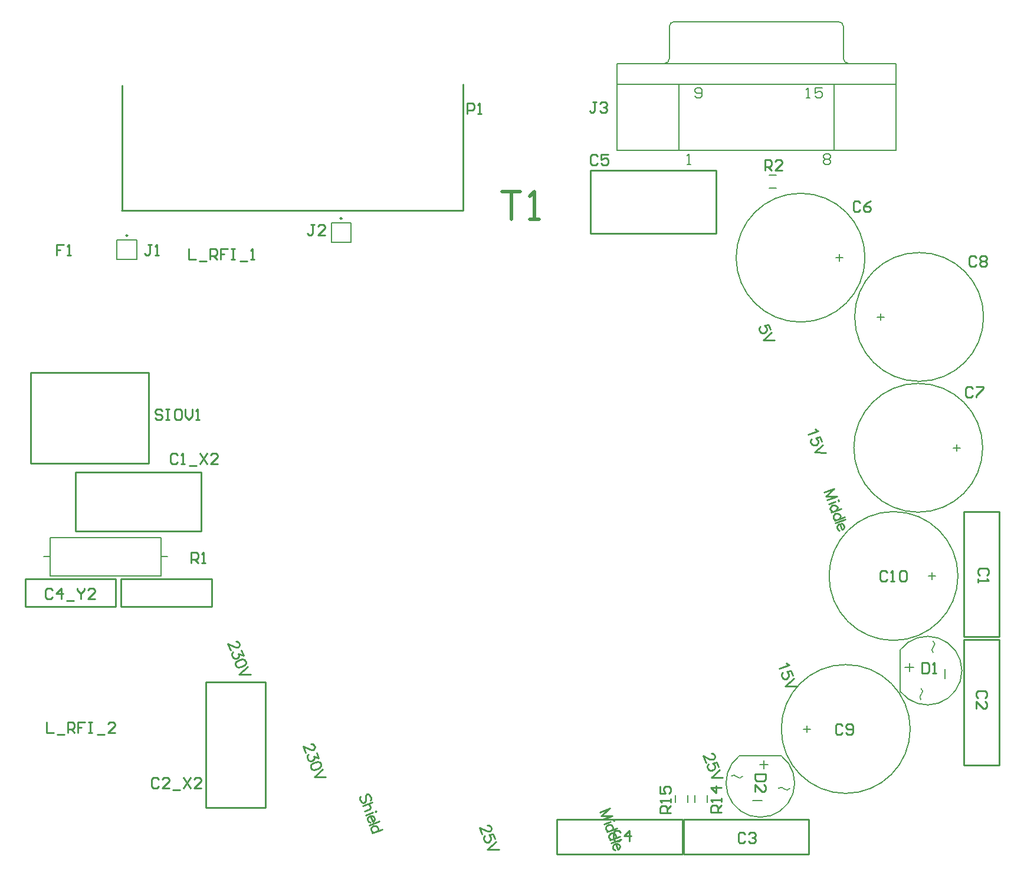
<source format=gto>
G04*
G04 #@! TF.GenerationSoftware,Altium Limited,Altium Designer,22.4.2 (48)*
G04*
G04 Layer_Color=65535*
%FSLAX25Y25*%
%MOIN*%
G70*
G04*
G04 #@! TF.SameCoordinates,458C2FD2-8C51-46BC-9C2C-7D212ABF5546*
G04*
G04*
G04 #@! TF.FilePolarity,Positive*
G04*
G01*
G75*
%ADD10C,0.00787*%
%ADD11C,0.00984*%
%ADD12C,0.01000*%
%ADD13C,0.00591*%
%ADD14C,0.02126*%
D10*
X92827Y254933D02*
G03*
X90091Y252197I0J-2736D01*
G01*
X188476D02*
G03*
X185740Y254933I-2736J0D01*
G01*
X87335Y231331D02*
G03*
X90071Y234067I0J2736D01*
G01*
X188496D02*
G03*
X191232Y231331I2736J0D01*
G01*
X200654Y121500D02*
G03*
X200654Y121500I-36417J0D01*
G01*
X232476Y-125346D02*
G03*
X232208Y-128398I1097J-1634D01*
G01*
X232555Y-125248D02*
G03*
X232294Y-122059I-1274J1501D01*
G01*
X220606Y-123822D02*
G03*
X220606Y-100178I15394J11822D01*
G01*
X239386Y-98516D02*
G03*
X239125Y-95327I-1274J1501D01*
G01*
X239307Y-98614D02*
G03*
X239039Y-101665I1097J-1634D01*
G01*
X267154Y14000D02*
G03*
X267154Y14000I-36417J0D01*
G01*
X253181Y-58500D02*
G03*
X253181Y-58500I-36417J0D01*
G01*
X267653Y88000D02*
G03*
X267653Y88000I-36417J0D01*
G01*
X226181Y-145000D02*
G03*
X226181Y-145000I-36417J0D01*
G01*
X128154Y-171976D02*
G03*
X125102Y-171708I-1634J-1097D01*
G01*
X128252Y-172055D02*
G03*
X131441Y-171794I1501J1274D01*
G01*
X129678Y-160106D02*
G03*
X153322Y-160106I11822J-15394D01*
G01*
X154984Y-178886D02*
G03*
X158173Y-178625I1501J1274D01*
G01*
X154886Y-178807D02*
G03*
X151834Y-178539I-1634J-1097D01*
G01*
X100543Y-186469D02*
Y-182531D01*
X93457Y-186469D02*
Y-182531D01*
X111543Y-186469D02*
Y-182531D01*
X104457Y-186469D02*
Y-182531D01*
X218024Y182098D02*
Y231311D01*
X60543Y182098D02*
Y231311D01*
X188496Y234067D02*
Y252177D01*
X90071Y234067D02*
Y252177D01*
X92827Y254933D02*
X185740D01*
X60543Y182098D02*
X218024D01*
X183142D02*
Y219500D01*
X60543Y231311D02*
X218024D01*
X95425Y182098D02*
Y219500D01*
X60543D02*
X218024D01*
X146531Y168043D02*
X150469D01*
X146531Y160957D02*
X150469D01*
X186087Y119532D02*
Y123468D01*
X184118Y121500D02*
X188055D01*
X220606Y-123822D02*
Y-100178D01*
X252587Y12032D02*
Y15969D01*
X250618Y14000D02*
X254555D01*
X238614Y-60469D02*
Y-56532D01*
X236646Y-58500D02*
X240583D01*
X209386Y86032D02*
Y89969D01*
X207417Y88000D02*
X211354D01*
X167913Y-146968D02*
Y-143032D01*
X165945Y-145000D02*
X169882D01*
X129678Y-160106D02*
X153322D01*
X-100953Y141071D02*
X-89929D01*
X-89929Y130047D02*
Y141071D01*
X-100953Y130047D02*
X-89929D01*
X-100953Y130047D02*
Y141071D01*
X-222012Y131512D02*
X-210988D01*
X-210988Y120488D02*
Y131512D01*
X-222012Y120488D02*
X-210988D01*
X-222012Y120488D02*
Y131512D01*
X-197004Y-58327D02*
Y-36673D01*
X-259996D02*
X-197004D01*
X-259996Y-58327D02*
Y-36673D01*
Y-58327D02*
X-197004D01*
Y-47500D02*
X-193421D01*
X-263579D02*
X-259996D01*
X225686Y-112394D02*
Y-107671D01*
X223325Y-110032D02*
X228048D01*
X245922Y-116350D02*
Y-111103D01*
X141106Y-165186D02*
X145829D01*
X143468Y-162825D02*
Y-167548D01*
X137150Y-185423D02*
X142397D01*
D11*
X-94949Y143630D02*
G03*
X-94949Y143630I-492J0D01*
G01*
X-216008Y134071D02*
G03*
X-216008Y134071I-492J0D01*
G01*
D12*
X-245510Y-33252D02*
X-174644D01*
Y213D01*
X-245510D02*
X-174644D01*
X-245510Y-33252D02*
Y213D01*
X-270965Y5646D02*
Y56433D01*
X-204035D01*
Y5252D02*
Y56433D01*
X-270965Y5252D02*
X-204035D01*
X-219457Y148126D02*
X-26543D01*
Y219386D01*
X-219457Y148126D02*
X-219063D01*
Y218992D01*
X256658Y-92961D02*
X276343D01*
X256658Y-22095D02*
X276343D01*
X256658Y-92961D02*
Y-22095D01*
X276343Y-92961D02*
Y-22095D01*
X116405Y135284D02*
Y170717D01*
X45539Y135284D02*
Y170717D01*
Y135284D02*
X116405D01*
X45539Y170717D02*
X116405D01*
X-171752Y-118545D02*
X-138287D01*
Y-189411D02*
Y-118545D01*
X-171752Y-189411D02*
X-138287Y-189411D01*
X-171752Y-118545D02*
X-171752Y-189411D01*
X256658Y-165405D02*
X276343D01*
X256658Y-94539D02*
X276343D01*
X256658Y-165405D02*
Y-94539D01*
X276343Y-165405D02*
Y-94539D01*
X98094Y-215843D02*
Y-196158D01*
X168961Y-215843D02*
Y-196158D01*
X98094D02*
X168961D01*
X98094Y-215843D02*
X168961D01*
X26539D02*
Y-196158D01*
X97405Y-215843D02*
Y-196158D01*
X26539D02*
X97405D01*
X26539Y-215843D02*
X97405D01*
X-222701Y-75874D02*
Y-60126D01*
X-273882Y-75874D02*
Y-60126D01*
Y-75874D02*
X-222701D01*
X-273882Y-60126D02*
X-222701D01*
X-219799Y-75874D02*
Y-60126D01*
X-168618Y-75874D02*
Y-60126D01*
X-219799D02*
X-168618D01*
X-219799Y-75874D02*
X-168618D01*
X172552Y24389D02*
X173016Y23950D01*
X174114Y23438D01*
X168477Y21386D01*
X176302Y17425D02*
X175325Y20109D01*
X172812Y19498D01*
X173178Y19327D01*
X173740Y18620D01*
X174033Y17815D01*
X174057Y16912D01*
X173716Y16179D01*
X173008Y15618D01*
X172471Y15423D01*
X171569Y15398D01*
X170836Y15739D01*
X170275Y16447D01*
X169982Y17252D01*
X169957Y18155D01*
X170128Y18521D01*
X170567Y18985D01*
X176957Y15626D02*
X172102Y11427D01*
X178520Y11332D02*
X172102Y11427D01*
X147296Y80962D02*
X146319Y83646D01*
X143805Y83035D01*
X144171Y82865D01*
X144733Y82157D01*
X145026Y81352D01*
X145051Y80449D01*
X144709Y79716D01*
X144002Y79155D01*
X143465Y78960D01*
X142562Y78935D01*
X141830Y79276D01*
X141268Y79984D01*
X140975Y80789D01*
X140950Y81692D01*
X141121Y82058D01*
X141560Y82522D01*
X147950Y79163D02*
X143095Y74964D01*
X149514Y74869D02*
X143095Y74964D01*
X113713Y-158969D02*
X113982Y-158872D01*
X114616Y-158945D01*
X114982Y-159116D01*
X115446Y-159555D01*
X115837Y-160628D01*
X115764Y-161263D01*
X115593Y-161629D01*
X115154Y-162093D01*
X114617Y-162288D01*
X113983Y-162215D01*
X112982Y-161971D01*
X109321Y-160264D01*
X110689Y-164022D01*
X117957Y-166453D02*
X116980Y-163769D01*
X114467Y-164380D01*
X114833Y-164550D01*
X115394Y-165258D01*
X115687Y-166063D01*
X115712Y-166966D01*
X115371Y-167699D01*
X114663Y-168260D01*
X114126Y-168456D01*
X113223Y-168480D01*
X112491Y-168139D01*
X111930Y-167431D01*
X111636Y-166626D01*
X111612Y-165723D01*
X111782Y-165357D01*
X112222Y-164893D01*
X118612Y-168252D02*
X113756Y-172451D01*
X120175Y-172547D02*
X113756Y-172451D01*
X-112448Y-153554D02*
X-112180Y-153457D01*
X-111545Y-153530D01*
X-111179Y-153700D01*
X-110715Y-154139D01*
X-110324Y-155213D01*
X-110397Y-155848D01*
X-110568Y-156214D01*
X-111007Y-156678D01*
X-111544Y-156873D01*
X-112179Y-156800D01*
X-113179Y-156556D01*
X-116841Y-154849D01*
X-115473Y-158607D01*
X-109181Y-158354D02*
X-108107Y-161307D01*
X-110840Y-160477D01*
X-110547Y-161283D01*
X-110620Y-161917D01*
X-110791Y-162284D01*
X-111498Y-162845D01*
X-112035Y-163040D01*
X-112938Y-163065D01*
X-113670Y-162724D01*
X-114232Y-162016D01*
X-114525Y-161211D01*
X-114550Y-160308D01*
X-114379Y-159942D01*
X-113940Y-159478D01*
X-106963Y-164447D02*
X-107525Y-163740D01*
X-108526Y-163496D01*
X-109966Y-163716D01*
X-110771Y-164009D01*
X-112015Y-164766D01*
X-112625Y-165596D01*
X-112600Y-166499D01*
X-112405Y-167036D01*
X-111844Y-167743D01*
X-110843Y-167987D01*
X-109403Y-167767D01*
X-108598Y-167474D01*
X-107353Y-166717D01*
X-106743Y-165887D01*
X-106768Y-164984D01*
X-106963Y-164447D01*
X-105723Y-167856D02*
X-110578Y-172055D01*
X-104159Y-172151D02*
X-110578Y-172055D01*
X56391Y-189953D02*
X50754Y-192004D01*
X56391Y-189953D02*
X51535Y-194151D01*
X57954Y-194247D02*
X51535Y-194151D01*
X57954Y-194247D02*
X52317Y-196299D01*
X58736Y-196395D02*
X58565Y-196761D01*
X58931Y-196932D01*
X59102Y-196565D01*
X58736Y-196395D01*
X56954Y-197347D02*
X53196Y-198715D01*
X60465Y-201146D02*
X54828Y-203198D01*
X57780Y-202123D02*
X58122Y-201391D01*
X58195Y-200756D01*
X57902Y-199951D01*
X57438Y-199512D01*
X56706Y-199170D01*
X55803Y-199195D01*
X55266Y-199390D01*
X54558Y-199952D01*
X54217Y-200684D01*
X54144Y-201319D01*
X54437Y-202124D01*
X54901Y-202563D01*
X55633Y-202904D01*
X62184Y-205870D02*
X56547Y-207922D01*
X59500Y-206847D02*
X59841Y-206115D01*
X59914Y-205480D01*
X59621Y-204675D01*
X59158Y-204236D01*
X58425Y-203894D01*
X57522Y-203919D01*
X56985Y-204115D01*
X56278Y-204676D01*
X55936Y-205408D01*
X55863Y-206043D01*
X56156Y-206848D01*
X56620Y-207287D01*
X57353Y-207629D01*
X62731Y-207373D02*
X57094Y-209425D01*
X59672Y-209824D02*
X60844Y-213046D01*
X61381Y-212850D01*
X61820Y-212386D01*
X61991Y-212020D01*
X62064Y-211386D01*
X61771Y-210580D01*
X61307Y-210141D01*
X60575Y-209800D01*
X59672Y-209824D01*
X59135Y-210020D01*
X58427Y-210581D01*
X58086Y-211314D01*
X58013Y-211948D01*
X58306Y-212754D01*
X58770Y-213193D01*
X59502Y-213534D01*
X-154948Y-95554D02*
X-154680Y-95457D01*
X-154045Y-95530D01*
X-153679Y-95700D01*
X-153215Y-96140D01*
X-152824Y-97213D01*
X-152897Y-97848D01*
X-153068Y-98214D01*
X-153507Y-98678D01*
X-154044Y-98873D01*
X-154679Y-98800D01*
X-155679Y-98556D01*
X-159341Y-96849D01*
X-157973Y-100607D01*
X-151681Y-100354D02*
X-150607Y-103306D01*
X-153340Y-102478D01*
X-153047Y-103283D01*
X-153120Y-103917D01*
X-153291Y-104283D01*
X-153998Y-104845D01*
X-154535Y-105040D01*
X-155438Y-105065D01*
X-156170Y-104724D01*
X-156732Y-104016D01*
X-157025Y-103211D01*
X-157050Y-102308D01*
X-156879Y-101942D01*
X-156440Y-101478D01*
X-149463Y-106447D02*
X-150025Y-105739D01*
X-151026Y-105496D01*
X-152465Y-105716D01*
X-153271Y-106009D01*
X-154515Y-106766D01*
X-155125Y-107596D01*
X-155100Y-108499D01*
X-154905Y-109036D01*
X-154343Y-109743D01*
X-153343Y-109987D01*
X-151903Y-109767D01*
X-151098Y-109474D01*
X-149853Y-108717D01*
X-149243Y-107887D01*
X-149268Y-106984D01*
X-149463Y-106447D01*
X-148223Y-109856D02*
X-153078Y-114055D01*
X-146660Y-114151D02*
X-153078Y-114055D01*
X156109Y-107705D02*
X156573Y-108144D01*
X157671Y-108656D01*
X152034Y-110708D01*
X159860Y-114669D02*
X158883Y-111985D01*
X156369Y-112596D01*
X156735Y-112767D01*
X157297Y-113474D01*
X157590Y-114279D01*
X157615Y-115182D01*
X157273Y-115915D01*
X156565Y-116476D01*
X156029Y-116672D01*
X155126Y-116696D01*
X154393Y-116355D01*
X153832Y-115647D01*
X153539Y-114842D01*
X153514Y-113939D01*
X153685Y-113573D01*
X154124Y-113109D01*
X160514Y-116468D02*
X155659Y-120667D01*
X162077Y-120762D02*
X155659Y-120667D01*
X-78956Y-185401D02*
X-78614Y-184669D01*
X-78639Y-183766D01*
X-79030Y-182692D01*
X-79591Y-181984D01*
X-80324Y-181643D01*
X-80861Y-181838D01*
X-81300Y-182302D01*
X-81470Y-182668D01*
X-81543Y-183303D01*
X-81494Y-185109D01*
X-81567Y-185743D01*
X-81738Y-186109D01*
X-82177Y-186573D01*
X-82982Y-186866D01*
X-83715Y-186525D01*
X-84276Y-185817D01*
X-84667Y-184744D01*
X-84692Y-183841D01*
X-84350Y-183108D01*
X-77691Y-186369D02*
X-83328Y-188421D01*
X-80644Y-187444D02*
X-79546Y-187956D01*
X-79082Y-188395D01*
X-78789Y-189201D01*
X-78862Y-189835D01*
X-79569Y-190397D01*
X-82254Y-191374D01*
X-75884Y-191335D02*
X-76055Y-191701D01*
X-75689Y-191872D01*
X-75518Y-191506D01*
X-75884Y-191335D01*
X-77665Y-192288D02*
X-81423Y-193655D01*
X-78817Y-194135D02*
X-77644Y-197356D01*
X-77107Y-197161D01*
X-76668Y-196697D01*
X-76498Y-196331D01*
X-76424Y-195696D01*
X-76718Y-194891D01*
X-77181Y-194452D01*
X-77914Y-194111D01*
X-78817Y-194135D01*
X-79353Y-194331D01*
X-80061Y-194892D01*
X-80403Y-195624D01*
X-80476Y-196259D01*
X-80182Y-197064D01*
X-79719Y-197503D01*
X-78986Y-197845D01*
X-73715Y-197294D02*
X-79352Y-199346D01*
X-72113Y-201696D02*
X-77750Y-203748D01*
X-74797Y-202674D02*
X-74456Y-201941D01*
X-74383Y-201307D01*
X-74676Y-200501D01*
X-75139Y-200062D01*
X-75872Y-199721D01*
X-76775Y-199745D01*
X-77312Y-199941D01*
X-78019Y-200502D01*
X-78361Y-201235D01*
X-78434Y-201869D01*
X-78141Y-202674D01*
X-77677Y-203114D01*
X-76945Y-203455D01*
X183213Y-9111D02*
X177576Y-11163D01*
X183213Y-9111D02*
X178357Y-13311D01*
X184776Y-13406D02*
X178357Y-13311D01*
X184776Y-13406D02*
X179139Y-15458D01*
X185558Y-15554D02*
X185387Y-15920D01*
X185753Y-16091D01*
X185924Y-15724D01*
X185558Y-15554D01*
X183776Y-16506D02*
X180018Y-17874D01*
X187287Y-20305D02*
X181650Y-22356D01*
X184603Y-21282D02*
X184944Y-20550D01*
X185017Y-19915D01*
X184724Y-19110D01*
X184260Y-18671D01*
X183528Y-18329D01*
X182625Y-18354D01*
X182088Y-18549D01*
X181380Y-19111D01*
X181039Y-19843D01*
X180966Y-20478D01*
X181259Y-21283D01*
X181723Y-21722D01*
X182455Y-22063D01*
X189006Y-25029D02*
X183369Y-27081D01*
X186322Y-26006D02*
X186664Y-25274D01*
X186737Y-24639D01*
X186443Y-23834D01*
X185980Y-23395D01*
X185247Y-23054D01*
X184344Y-23078D01*
X183808Y-23273D01*
X183100Y-23835D01*
X182758Y-24567D01*
X182685Y-25202D01*
X182979Y-26007D01*
X183442Y-26446D01*
X184175Y-26788D01*
X189553Y-26532D02*
X183916Y-28584D01*
X186494Y-28984D02*
X187666Y-32205D01*
X188203Y-32009D01*
X188642Y-31545D01*
X188813Y-31179D01*
X188886Y-30545D01*
X188593Y-29739D01*
X188129Y-29300D01*
X187397Y-28959D01*
X186494Y-28984D01*
X185957Y-29179D01*
X185249Y-29740D01*
X184908Y-30473D01*
X184835Y-31107D01*
X185128Y-31912D01*
X185592Y-32352D01*
X186324Y-32693D01*
X-12713Y-199538D02*
X-12444Y-199441D01*
X-11810Y-199514D01*
X-11444Y-199684D01*
X-10980Y-200124D01*
X-10589Y-201197D01*
X-10662Y-201832D01*
X-10833Y-202198D01*
X-11272Y-202662D01*
X-11809Y-202857D01*
X-12443Y-202784D01*
X-13444Y-202540D01*
X-17105Y-200833D01*
X-15737Y-204591D01*
X-8469Y-207022D02*
X-9446Y-204338D01*
X-11959Y-204949D01*
X-11593Y-205119D01*
X-11032Y-205827D01*
X-10739Y-206632D01*
X-10714Y-207535D01*
X-11056Y-208267D01*
X-11763Y-208829D01*
X-12300Y-209024D01*
X-13203Y-209049D01*
X-13935Y-208708D01*
X-14497Y-208000D01*
X-14790Y-207195D01*
X-14814Y-206292D01*
X-14644Y-205926D01*
X-14205Y-205462D01*
X-7814Y-208821D02*
X-12670Y-213020D01*
X-6251Y-213115D02*
X-12670Y-213020D01*
X90999Y-192498D02*
X85001D01*
Y-189499D01*
X86001Y-188499D01*
X88000D01*
X89000Y-189499D01*
Y-192498D01*
Y-190498D02*
X90999Y-188499D01*
Y-186500D02*
Y-184500D01*
Y-185500D01*
X85001D01*
X86001Y-186500D01*
X85001Y-177502D02*
Y-181501D01*
X88000D01*
X87000Y-179502D01*
Y-178502D01*
X88000Y-177502D01*
X89999D01*
X90999Y-178502D01*
Y-180501D01*
X89999Y-181501D01*
X119499Y-191998D02*
X113501D01*
Y-188999D01*
X114501Y-187999D01*
X116500D01*
X117500Y-188999D01*
Y-191998D01*
Y-189998D02*
X119499Y-187999D01*
Y-186000D02*
Y-184000D01*
Y-185000D01*
X113501D01*
X114501Y-186000D01*
X119499Y-178002D02*
X113501D01*
X116500Y-181001D01*
Y-177002D01*
X-23999Y203001D02*
Y208999D01*
X-21000D01*
X-20000Y207999D01*
Y206000D01*
X-21000Y205000D01*
X-23999D01*
X-18001Y203001D02*
X-16001D01*
X-17001D01*
Y208999D01*
X-18001Y207999D01*
X144002Y171001D02*
Y176999D01*
X147001D01*
X148000Y175999D01*
Y174000D01*
X147001Y173000D01*
X144002D01*
X146001D02*
X148000Y171001D01*
X153998D02*
X150000D01*
X153998Y175000D01*
Y175999D01*
X152999Y176999D01*
X150999D01*
X150000Y175999D01*
X-196497Y34999D02*
X-197497Y35999D01*
X-199496D01*
X-200496Y34999D01*
Y34000D01*
X-199496Y33000D01*
X-197497D01*
X-196497Y32000D01*
Y31001D01*
X-197497Y30001D01*
X-199496D01*
X-200496Y31001D01*
X-194498Y35999D02*
X-192499D01*
X-193498D01*
Y30001D01*
X-194498D01*
X-192499D01*
X-186501Y35999D02*
X-188500D01*
X-189499Y34999D01*
Y31001D01*
X-188500Y30001D01*
X-186501D01*
X-185501Y31001D01*
Y34999D01*
X-186501Y35999D01*
X-183501D02*
Y32000D01*
X-181502Y30001D01*
X-179503Y32000D01*
Y35999D01*
X-177503Y30001D02*
X-175504D01*
X-176504D01*
Y35999D01*
X-177503Y34999D01*
X-179999Y-50999D02*
Y-45001D01*
X-177000D01*
X-176000Y-46001D01*
Y-48000D01*
X-177000Y-49000D01*
X-179999D01*
X-177999D02*
X-176000Y-50999D01*
X-174001D02*
X-172001D01*
X-173001D01*
Y-45001D01*
X-174001Y-46001D01*
X-261994Y-141001D02*
Y-146999D01*
X-257995D01*
X-255996Y-147999D02*
X-251997D01*
X-249998Y-146999D02*
Y-141001D01*
X-246999D01*
X-245999Y-142001D01*
Y-144000D01*
X-246999Y-145000D01*
X-249998D01*
X-247998D02*
X-245999Y-146999D01*
X-240001Y-141001D02*
X-244000D01*
Y-144000D01*
X-242000D01*
X-244000D01*
Y-146999D01*
X-238001Y-141001D02*
X-236002D01*
X-237002D01*
Y-146999D01*
X-238001D01*
X-236002D01*
X-233003Y-147999D02*
X-229004D01*
X-223006Y-146999D02*
X-227005D01*
X-223006Y-143000D01*
Y-142001D01*
X-224006Y-141001D01*
X-226005D01*
X-227005Y-142001D01*
X-181494Y126499D02*
Y120501D01*
X-177495D01*
X-175496Y119501D02*
X-171497D01*
X-169498Y120501D02*
Y126499D01*
X-166499D01*
X-165499Y125499D01*
Y123500D01*
X-166499Y122500D01*
X-169498D01*
X-167499D02*
X-165499Y120501D01*
X-159501Y126499D02*
X-163500D01*
Y123500D01*
X-161501D01*
X-163500D01*
Y120501D01*
X-157502Y126499D02*
X-155502D01*
X-156502D01*
Y120501D01*
X-157502D01*
X-155502D01*
X-152503Y119501D02*
X-148505D01*
X-146505Y120501D02*
X-144506D01*
X-145506D01*
Y126499D01*
X-146505Y125499D01*
X49000Y209499D02*
X47001D01*
X48001D01*
Y204501D01*
X47001Y203501D01*
X46001D01*
X45002Y204501D01*
X51000Y208499D02*
X51999Y209499D01*
X53999D01*
X54998Y208499D01*
Y207500D01*
X53999Y206500D01*
X52999D01*
X53999D01*
X54998Y205500D01*
Y204501D01*
X53999Y203501D01*
X51999D01*
X51000Y204501D01*
X-110441Y140058D02*
X-112440D01*
X-111440D01*
Y135060D01*
X-112440Y134060D01*
X-113440D01*
X-114439Y135060D01*
X-104443Y134060D02*
X-108441D01*
X-104443Y138059D01*
Y139058D01*
X-105442Y140058D01*
X-107442D01*
X-108441Y139058D01*
X-202500Y128999D02*
X-204499D01*
X-203500D01*
Y124001D01*
X-204499Y123001D01*
X-205499D01*
X-206499Y124001D01*
X-200501Y123001D02*
X-198501D01*
X-199501D01*
Y128999D01*
X-200501Y127999D01*
X-252000Y128999D02*
X-255999D01*
Y126000D01*
X-253999D01*
X-255999D01*
Y123001D01*
X-250001D02*
X-248001D01*
X-249001D01*
Y128999D01*
X-250001Y127999D01*
X144499Y-170502D02*
X138501D01*
Y-173501D01*
X139501Y-174500D01*
X143499D01*
X144499Y-173501D01*
Y-170502D01*
X138501Y-180498D02*
Y-176500D01*
X142500Y-180498D01*
X143499D01*
X144499Y-179499D01*
Y-177499D01*
X143499Y-176500D01*
X233001Y-107501D02*
Y-113499D01*
X236000D01*
X237000Y-112499D01*
Y-108501D01*
X236000Y-107501D01*
X233001D01*
X238999Y-113499D02*
X240999D01*
X239999D01*
Y-107501D01*
X238999Y-108501D01*
X213265Y-56501D02*
X212265Y-55501D01*
X210266D01*
X209266Y-56501D01*
Y-60499D01*
X210266Y-61499D01*
X212265D01*
X213265Y-60499D01*
X215264Y-61499D02*
X217264D01*
X216264D01*
Y-55501D01*
X215264Y-56501D01*
X220263D02*
X221262Y-55501D01*
X223262D01*
X224261Y-56501D01*
Y-60499D01*
X223262Y-61499D01*
X221262D01*
X220263Y-60499D01*
Y-56501D01*
X188000Y-143001D02*
X187001Y-142001D01*
X185001D01*
X184002Y-143001D01*
Y-146999D01*
X185001Y-147999D01*
X187001D01*
X188000Y-146999D01*
X190000D02*
X190999Y-147999D01*
X192999D01*
X193998Y-146999D01*
Y-143001D01*
X192999Y-142001D01*
X190999D01*
X190000Y-143001D01*
Y-144000D01*
X190999Y-145000D01*
X193998D01*
X263500Y121499D02*
X262501Y122499D01*
X260501D01*
X259502Y121499D01*
Y117501D01*
X260501Y116501D01*
X262501D01*
X263500Y117501D01*
X265500Y121499D02*
X266499Y122499D01*
X268499D01*
X269498Y121499D01*
Y120500D01*
X268499Y119500D01*
X269498Y118500D01*
Y117501D01*
X268499Y116501D01*
X266499D01*
X265500Y117501D01*
Y118500D01*
X266499Y119500D01*
X265500Y120500D01*
Y121499D01*
X266499Y119500D02*
X268499D01*
X261500Y47499D02*
X260501Y48499D01*
X258501D01*
X257502Y47499D01*
Y43501D01*
X258501Y42501D01*
X260501D01*
X261500Y43501D01*
X263500Y48499D02*
X267498D01*
Y47499D01*
X263500Y43501D01*
Y42501D01*
X198000Y152499D02*
X197001Y153499D01*
X195001D01*
X194002Y152499D01*
Y148501D01*
X195001Y147501D01*
X197001D01*
X198000Y148501D01*
X203998Y153499D02*
X201999Y152499D01*
X200000Y150500D01*
Y148501D01*
X200999Y147501D01*
X202999D01*
X203998Y148501D01*
Y149500D01*
X202999Y150500D01*
X200000D01*
X49500Y178999D02*
X48501Y179999D01*
X46501D01*
X45502Y178999D01*
Y175001D01*
X46501Y174001D01*
X48501D01*
X49500Y175001D01*
X55498Y179999D02*
X51500D01*
Y177000D01*
X53499Y178000D01*
X54499D01*
X55498Y177000D01*
Y175001D01*
X54499Y174001D01*
X52499D01*
X51500Y175001D01*
X62445Y-203501D02*
X61445Y-202501D01*
X59446D01*
X58447Y-203501D01*
Y-207499D01*
X59446Y-208499D01*
X61445D01*
X62445Y-207499D01*
X67444Y-208499D02*
Y-202501D01*
X64445Y-205500D01*
X68443D01*
X-258497Y-66501D02*
X-259496Y-65501D01*
X-261496D01*
X-262495Y-66501D01*
Y-70499D01*
X-261496Y-71499D01*
X-259496D01*
X-258497Y-70499D01*
X-253498Y-71499D02*
Y-65501D01*
X-256497Y-68500D01*
X-252499D01*
X-250499Y-72499D02*
X-246501D01*
X-244501Y-65501D02*
Y-66501D01*
X-242502Y-68500D01*
X-240503Y-66501D01*
Y-65501D01*
X-242502Y-68500D02*
Y-71499D01*
X-234505D02*
X-238503D01*
X-234505Y-67501D01*
Y-66501D01*
X-235504Y-65501D01*
X-237504D01*
X-238503Y-66501D01*
X133000Y-204501D02*
X132001Y-203501D01*
X130001D01*
X129002Y-204501D01*
Y-208499D01*
X130001Y-209499D01*
X132001D01*
X133000Y-208499D01*
X135000Y-204501D02*
X135999Y-203501D01*
X137999D01*
X138998Y-204501D01*
Y-205500D01*
X137999Y-206500D01*
X136999D01*
X137999D01*
X138998Y-207500D01*
Y-208499D01*
X137999Y-209499D01*
X135999D01*
X135000Y-208499D01*
X268499Y-127500D02*
X269499Y-126501D01*
Y-124501D01*
X268499Y-123502D01*
X264501D01*
X263501Y-124501D01*
Y-126501D01*
X264501Y-127500D01*
X263501Y-133498D02*
Y-129500D01*
X267500Y-133498D01*
X268499D01*
X269499Y-132499D01*
Y-130499D01*
X268499Y-129500D01*
X-198497Y-173501D02*
X-199496Y-172501D01*
X-201496D01*
X-202496Y-173501D01*
Y-177499D01*
X-201496Y-178499D01*
X-199496D01*
X-198497Y-177499D01*
X-192499Y-178499D02*
X-196497D01*
X-192499Y-174501D01*
Y-173501D01*
X-193498Y-172501D01*
X-195498D01*
X-196497Y-173501D01*
X-190499Y-179499D02*
X-186501D01*
X-184501Y-172501D02*
X-180503Y-178499D01*
Y-172501D02*
X-184501Y-178499D01*
X-174504D02*
X-178503D01*
X-174504Y-174501D01*
Y-173501D01*
X-175504Y-172501D01*
X-177504D01*
X-178503Y-173501D01*
X269499Y-58000D02*
X270499Y-57000D01*
Y-55001D01*
X269499Y-54001D01*
X265501D01*
X264501Y-55001D01*
Y-57000D01*
X265501Y-58000D01*
X264501Y-59999D02*
Y-61999D01*
Y-60999D01*
X270499D01*
X269499Y-59999D01*
X-187997Y9999D02*
X-188997Y10999D01*
X-190996D01*
X-191996Y9999D01*
Y6001D01*
X-190996Y5001D01*
X-188997D01*
X-187997Y6001D01*
X-185998Y5001D02*
X-183998D01*
X-184998D01*
Y10999D01*
X-185998Y9999D01*
X-180999Y4001D02*
X-177000D01*
X-175001Y10999D02*
X-171002Y5001D01*
Y10999D02*
X-175001Y5001D01*
X-165004D02*
X-169003D01*
X-165004Y8999D01*
Y9999D01*
X-166004Y10999D01*
X-168003D01*
X-169003Y9999D01*
D13*
X100130Y174323D02*
X102098D01*
X101114D01*
Y180227D01*
X100130Y179243D01*
X177284D02*
X178267Y180227D01*
X180235D01*
X181219Y179243D01*
Y178259D01*
X180235Y177275D01*
X181219Y176291D01*
Y175307D01*
X180235Y174323D01*
X178267D01*
X177284Y175307D01*
Y176291D01*
X178267Y177275D01*
X177284Y178259D01*
Y179243D01*
X178267Y177275D02*
X180235D01*
X167571Y211724D02*
X169539D01*
X168555D01*
Y217628D01*
X167571Y216644D01*
X176426Y217628D02*
X172491D01*
Y214676D01*
X174458Y215660D01*
X175442D01*
X176426Y214676D01*
Y212708D01*
X175442Y211724D01*
X173475D01*
X172491Y212708D01*
X104598D02*
X105582Y211724D01*
X107550D01*
X108534Y212708D01*
Y216644D01*
X107550Y217628D01*
X105582D01*
X104598Y216644D01*
Y215660D01*
X105582Y214676D01*
X108534D01*
D14*
X-4495Y158871D02*
X6000D01*
X752D01*
Y143129D01*
X11248D02*
X16495D01*
X13871D01*
Y158871D01*
X11248Y156248D01*
M02*

</source>
